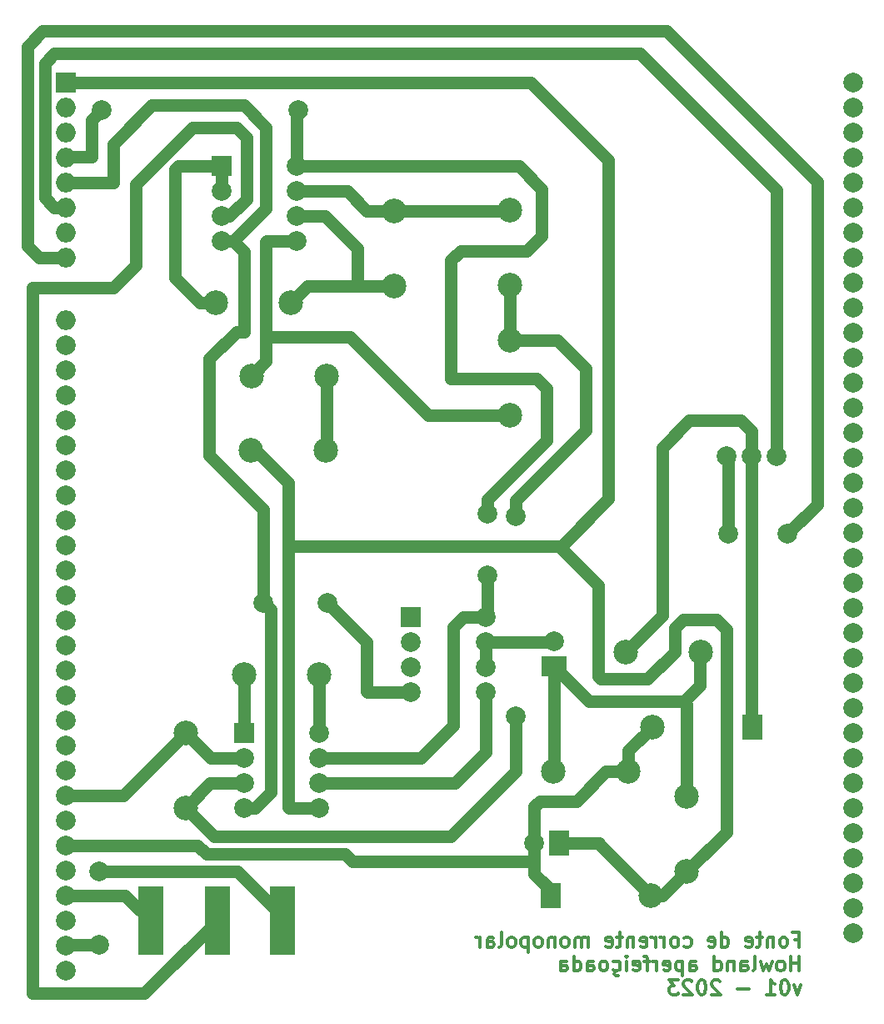
<source format=gbr>
%TF.GenerationSoftware,KiCad,Pcbnew,7.0.6-7.0.6~ubuntu22.04.1*%
%TF.CreationDate,2023-07-14T22:02:38-03:00*%
%TF.ProjectId,Fonte_corrente_mono,466f6e74-655f-4636-9f72-72656e74655f,v01*%
%TF.SameCoordinates,Original*%
%TF.FileFunction,Copper,L2,Bot*%
%TF.FilePolarity,Positive*%
%FSLAX46Y46*%
G04 Gerber Fmt 4.6, Leading zero omitted, Abs format (unit mm)*
G04 Created by KiCad (PCBNEW 7.0.6-7.0.6~ubuntu22.04.1) date 2023-07-14 22:02:38*
%MOMM*%
%LPD*%
G01*
G04 APERTURE LIST*
%ADD10C,0.300000*%
%TA.AperFunction,NonConductor*%
%ADD11C,0.300000*%
%TD*%
%TA.AperFunction,ComponentPad*%
%ADD12C,2.000000*%
%TD*%
%TA.AperFunction,ComponentPad*%
%ADD13C,2.500000*%
%TD*%
%TA.AperFunction,ComponentPad*%
%ADD14R,2.000000X2.500000*%
%TD*%
%TA.AperFunction,ComponentPad*%
%ADD15R,2.000000X2.000000*%
%TD*%
%TA.AperFunction,ComponentPad*%
%ADD16O,2.000000X2.000000*%
%TD*%
%TA.AperFunction,ComponentPad*%
%ADD17R,2.500000X2.000000*%
%TD*%
%TA.AperFunction,ComponentPad*%
%ADD18R,2.500000X7.000000*%
%TD*%
%TA.AperFunction,ViaPad*%
%ADD19C,2.000000*%
%TD*%
%TA.AperFunction,Conductor*%
%ADD20C,1.270000*%
%TD*%
G04 APERTURE END LIST*
D10*
D11*
X180695489Y-144185114D02*
X181195489Y-144185114D01*
X181195489Y-144970828D02*
X181195489Y-143470828D01*
X181195489Y-143470828D02*
X180481203Y-143470828D01*
X179695489Y-144970828D02*
X179838346Y-144899400D01*
X179838346Y-144899400D02*
X179909775Y-144827971D01*
X179909775Y-144827971D02*
X179981203Y-144685114D01*
X179981203Y-144685114D02*
X179981203Y-144256542D01*
X179981203Y-144256542D02*
X179909775Y-144113685D01*
X179909775Y-144113685D02*
X179838346Y-144042257D01*
X179838346Y-144042257D02*
X179695489Y-143970828D01*
X179695489Y-143970828D02*
X179481203Y-143970828D01*
X179481203Y-143970828D02*
X179338346Y-144042257D01*
X179338346Y-144042257D02*
X179266918Y-144113685D01*
X179266918Y-144113685D02*
X179195489Y-144256542D01*
X179195489Y-144256542D02*
X179195489Y-144685114D01*
X179195489Y-144685114D02*
X179266918Y-144827971D01*
X179266918Y-144827971D02*
X179338346Y-144899400D01*
X179338346Y-144899400D02*
X179481203Y-144970828D01*
X179481203Y-144970828D02*
X179695489Y-144970828D01*
X178552632Y-143970828D02*
X178552632Y-144970828D01*
X178552632Y-144113685D02*
X178481203Y-144042257D01*
X178481203Y-144042257D02*
X178338346Y-143970828D01*
X178338346Y-143970828D02*
X178124060Y-143970828D01*
X178124060Y-143970828D02*
X177981203Y-144042257D01*
X177981203Y-144042257D02*
X177909775Y-144185114D01*
X177909775Y-144185114D02*
X177909775Y-144970828D01*
X177409774Y-143970828D02*
X176838346Y-143970828D01*
X177195489Y-143470828D02*
X177195489Y-144756542D01*
X177195489Y-144756542D02*
X177124060Y-144899400D01*
X177124060Y-144899400D02*
X176981203Y-144970828D01*
X176981203Y-144970828D02*
X176838346Y-144970828D01*
X175766917Y-144899400D02*
X175909774Y-144970828D01*
X175909774Y-144970828D02*
X176195489Y-144970828D01*
X176195489Y-144970828D02*
X176338346Y-144899400D01*
X176338346Y-144899400D02*
X176409774Y-144756542D01*
X176409774Y-144756542D02*
X176409774Y-144185114D01*
X176409774Y-144185114D02*
X176338346Y-144042257D01*
X176338346Y-144042257D02*
X176195489Y-143970828D01*
X176195489Y-143970828D02*
X175909774Y-143970828D01*
X175909774Y-143970828D02*
X175766917Y-144042257D01*
X175766917Y-144042257D02*
X175695489Y-144185114D01*
X175695489Y-144185114D02*
X175695489Y-144327971D01*
X175695489Y-144327971D02*
X176409774Y-144470828D01*
X173266918Y-144970828D02*
X173266918Y-143470828D01*
X173266918Y-144899400D02*
X173409775Y-144970828D01*
X173409775Y-144970828D02*
X173695489Y-144970828D01*
X173695489Y-144970828D02*
X173838346Y-144899400D01*
X173838346Y-144899400D02*
X173909775Y-144827971D01*
X173909775Y-144827971D02*
X173981203Y-144685114D01*
X173981203Y-144685114D02*
X173981203Y-144256542D01*
X173981203Y-144256542D02*
X173909775Y-144113685D01*
X173909775Y-144113685D02*
X173838346Y-144042257D01*
X173838346Y-144042257D02*
X173695489Y-143970828D01*
X173695489Y-143970828D02*
X173409775Y-143970828D01*
X173409775Y-143970828D02*
X173266918Y-144042257D01*
X171981203Y-144899400D02*
X172124060Y-144970828D01*
X172124060Y-144970828D02*
X172409775Y-144970828D01*
X172409775Y-144970828D02*
X172552632Y-144899400D01*
X172552632Y-144899400D02*
X172624060Y-144756542D01*
X172624060Y-144756542D02*
X172624060Y-144185114D01*
X172624060Y-144185114D02*
X172552632Y-144042257D01*
X172552632Y-144042257D02*
X172409775Y-143970828D01*
X172409775Y-143970828D02*
X172124060Y-143970828D01*
X172124060Y-143970828D02*
X171981203Y-144042257D01*
X171981203Y-144042257D02*
X171909775Y-144185114D01*
X171909775Y-144185114D02*
X171909775Y-144327971D01*
X171909775Y-144327971D02*
X172624060Y-144470828D01*
X169481204Y-144899400D02*
X169624061Y-144970828D01*
X169624061Y-144970828D02*
X169909775Y-144970828D01*
X169909775Y-144970828D02*
X170052632Y-144899400D01*
X170052632Y-144899400D02*
X170124061Y-144827971D01*
X170124061Y-144827971D02*
X170195489Y-144685114D01*
X170195489Y-144685114D02*
X170195489Y-144256542D01*
X170195489Y-144256542D02*
X170124061Y-144113685D01*
X170124061Y-144113685D02*
X170052632Y-144042257D01*
X170052632Y-144042257D02*
X169909775Y-143970828D01*
X169909775Y-143970828D02*
X169624061Y-143970828D01*
X169624061Y-143970828D02*
X169481204Y-144042257D01*
X168624061Y-144970828D02*
X168766918Y-144899400D01*
X168766918Y-144899400D02*
X168838347Y-144827971D01*
X168838347Y-144827971D02*
X168909775Y-144685114D01*
X168909775Y-144685114D02*
X168909775Y-144256542D01*
X168909775Y-144256542D02*
X168838347Y-144113685D01*
X168838347Y-144113685D02*
X168766918Y-144042257D01*
X168766918Y-144042257D02*
X168624061Y-143970828D01*
X168624061Y-143970828D02*
X168409775Y-143970828D01*
X168409775Y-143970828D02*
X168266918Y-144042257D01*
X168266918Y-144042257D02*
X168195490Y-144113685D01*
X168195490Y-144113685D02*
X168124061Y-144256542D01*
X168124061Y-144256542D02*
X168124061Y-144685114D01*
X168124061Y-144685114D02*
X168195490Y-144827971D01*
X168195490Y-144827971D02*
X168266918Y-144899400D01*
X168266918Y-144899400D02*
X168409775Y-144970828D01*
X168409775Y-144970828D02*
X168624061Y-144970828D01*
X167481204Y-144970828D02*
X167481204Y-143970828D01*
X167481204Y-144256542D02*
X167409775Y-144113685D01*
X167409775Y-144113685D02*
X167338347Y-144042257D01*
X167338347Y-144042257D02*
X167195489Y-143970828D01*
X167195489Y-143970828D02*
X167052632Y-143970828D01*
X166552633Y-144970828D02*
X166552633Y-143970828D01*
X166552633Y-144256542D02*
X166481204Y-144113685D01*
X166481204Y-144113685D02*
X166409776Y-144042257D01*
X166409776Y-144042257D02*
X166266918Y-143970828D01*
X166266918Y-143970828D02*
X166124061Y-143970828D01*
X165052633Y-144899400D02*
X165195490Y-144970828D01*
X165195490Y-144970828D02*
X165481205Y-144970828D01*
X165481205Y-144970828D02*
X165624062Y-144899400D01*
X165624062Y-144899400D02*
X165695490Y-144756542D01*
X165695490Y-144756542D02*
X165695490Y-144185114D01*
X165695490Y-144185114D02*
X165624062Y-144042257D01*
X165624062Y-144042257D02*
X165481205Y-143970828D01*
X165481205Y-143970828D02*
X165195490Y-143970828D01*
X165195490Y-143970828D02*
X165052633Y-144042257D01*
X165052633Y-144042257D02*
X164981205Y-144185114D01*
X164981205Y-144185114D02*
X164981205Y-144327971D01*
X164981205Y-144327971D02*
X165695490Y-144470828D01*
X164338348Y-143970828D02*
X164338348Y-144970828D01*
X164338348Y-144113685D02*
X164266919Y-144042257D01*
X164266919Y-144042257D02*
X164124062Y-143970828D01*
X164124062Y-143970828D02*
X163909776Y-143970828D01*
X163909776Y-143970828D02*
X163766919Y-144042257D01*
X163766919Y-144042257D02*
X163695491Y-144185114D01*
X163695491Y-144185114D02*
X163695491Y-144970828D01*
X163195490Y-143970828D02*
X162624062Y-143970828D01*
X162981205Y-143470828D02*
X162981205Y-144756542D01*
X162981205Y-144756542D02*
X162909776Y-144899400D01*
X162909776Y-144899400D02*
X162766919Y-144970828D01*
X162766919Y-144970828D02*
X162624062Y-144970828D01*
X161552633Y-144899400D02*
X161695490Y-144970828D01*
X161695490Y-144970828D02*
X161981205Y-144970828D01*
X161981205Y-144970828D02*
X162124062Y-144899400D01*
X162124062Y-144899400D02*
X162195490Y-144756542D01*
X162195490Y-144756542D02*
X162195490Y-144185114D01*
X162195490Y-144185114D02*
X162124062Y-144042257D01*
X162124062Y-144042257D02*
X161981205Y-143970828D01*
X161981205Y-143970828D02*
X161695490Y-143970828D01*
X161695490Y-143970828D02*
X161552633Y-144042257D01*
X161552633Y-144042257D02*
X161481205Y-144185114D01*
X161481205Y-144185114D02*
X161481205Y-144327971D01*
X161481205Y-144327971D02*
X162195490Y-144470828D01*
X159695491Y-144970828D02*
X159695491Y-143970828D01*
X159695491Y-144113685D02*
X159624062Y-144042257D01*
X159624062Y-144042257D02*
X159481205Y-143970828D01*
X159481205Y-143970828D02*
X159266919Y-143970828D01*
X159266919Y-143970828D02*
X159124062Y-144042257D01*
X159124062Y-144042257D02*
X159052634Y-144185114D01*
X159052634Y-144185114D02*
X159052634Y-144970828D01*
X159052634Y-144185114D02*
X158981205Y-144042257D01*
X158981205Y-144042257D02*
X158838348Y-143970828D01*
X158838348Y-143970828D02*
X158624062Y-143970828D01*
X158624062Y-143970828D02*
X158481205Y-144042257D01*
X158481205Y-144042257D02*
X158409776Y-144185114D01*
X158409776Y-144185114D02*
X158409776Y-144970828D01*
X157481205Y-144970828D02*
X157624062Y-144899400D01*
X157624062Y-144899400D02*
X157695491Y-144827971D01*
X157695491Y-144827971D02*
X157766919Y-144685114D01*
X157766919Y-144685114D02*
X157766919Y-144256542D01*
X157766919Y-144256542D02*
X157695491Y-144113685D01*
X157695491Y-144113685D02*
X157624062Y-144042257D01*
X157624062Y-144042257D02*
X157481205Y-143970828D01*
X157481205Y-143970828D02*
X157266919Y-143970828D01*
X157266919Y-143970828D02*
X157124062Y-144042257D01*
X157124062Y-144042257D02*
X157052634Y-144113685D01*
X157052634Y-144113685D02*
X156981205Y-144256542D01*
X156981205Y-144256542D02*
X156981205Y-144685114D01*
X156981205Y-144685114D02*
X157052634Y-144827971D01*
X157052634Y-144827971D02*
X157124062Y-144899400D01*
X157124062Y-144899400D02*
X157266919Y-144970828D01*
X157266919Y-144970828D02*
X157481205Y-144970828D01*
X156338348Y-143970828D02*
X156338348Y-144970828D01*
X156338348Y-144113685D02*
X156266919Y-144042257D01*
X156266919Y-144042257D02*
X156124062Y-143970828D01*
X156124062Y-143970828D02*
X155909776Y-143970828D01*
X155909776Y-143970828D02*
X155766919Y-144042257D01*
X155766919Y-144042257D02*
X155695491Y-144185114D01*
X155695491Y-144185114D02*
X155695491Y-144970828D01*
X154766919Y-144970828D02*
X154909776Y-144899400D01*
X154909776Y-144899400D02*
X154981205Y-144827971D01*
X154981205Y-144827971D02*
X155052633Y-144685114D01*
X155052633Y-144685114D02*
X155052633Y-144256542D01*
X155052633Y-144256542D02*
X154981205Y-144113685D01*
X154981205Y-144113685D02*
X154909776Y-144042257D01*
X154909776Y-144042257D02*
X154766919Y-143970828D01*
X154766919Y-143970828D02*
X154552633Y-143970828D01*
X154552633Y-143970828D02*
X154409776Y-144042257D01*
X154409776Y-144042257D02*
X154338348Y-144113685D01*
X154338348Y-144113685D02*
X154266919Y-144256542D01*
X154266919Y-144256542D02*
X154266919Y-144685114D01*
X154266919Y-144685114D02*
X154338348Y-144827971D01*
X154338348Y-144827971D02*
X154409776Y-144899400D01*
X154409776Y-144899400D02*
X154552633Y-144970828D01*
X154552633Y-144970828D02*
X154766919Y-144970828D01*
X153624062Y-143970828D02*
X153624062Y-145470828D01*
X153624062Y-144042257D02*
X153481205Y-143970828D01*
X153481205Y-143970828D02*
X153195490Y-143970828D01*
X153195490Y-143970828D02*
X153052633Y-144042257D01*
X153052633Y-144042257D02*
X152981205Y-144113685D01*
X152981205Y-144113685D02*
X152909776Y-144256542D01*
X152909776Y-144256542D02*
X152909776Y-144685114D01*
X152909776Y-144685114D02*
X152981205Y-144827971D01*
X152981205Y-144827971D02*
X153052633Y-144899400D01*
X153052633Y-144899400D02*
X153195490Y-144970828D01*
X153195490Y-144970828D02*
X153481205Y-144970828D01*
X153481205Y-144970828D02*
X153624062Y-144899400D01*
X152052633Y-144970828D02*
X152195490Y-144899400D01*
X152195490Y-144899400D02*
X152266919Y-144827971D01*
X152266919Y-144827971D02*
X152338347Y-144685114D01*
X152338347Y-144685114D02*
X152338347Y-144256542D01*
X152338347Y-144256542D02*
X152266919Y-144113685D01*
X152266919Y-144113685D02*
X152195490Y-144042257D01*
X152195490Y-144042257D02*
X152052633Y-143970828D01*
X152052633Y-143970828D02*
X151838347Y-143970828D01*
X151838347Y-143970828D02*
X151695490Y-144042257D01*
X151695490Y-144042257D02*
X151624062Y-144113685D01*
X151624062Y-144113685D02*
X151552633Y-144256542D01*
X151552633Y-144256542D02*
X151552633Y-144685114D01*
X151552633Y-144685114D02*
X151624062Y-144827971D01*
X151624062Y-144827971D02*
X151695490Y-144899400D01*
X151695490Y-144899400D02*
X151838347Y-144970828D01*
X151838347Y-144970828D02*
X152052633Y-144970828D01*
X150695490Y-144970828D02*
X150838347Y-144899400D01*
X150838347Y-144899400D02*
X150909776Y-144756542D01*
X150909776Y-144756542D02*
X150909776Y-143470828D01*
X149481205Y-144970828D02*
X149481205Y-144185114D01*
X149481205Y-144185114D02*
X149552633Y-144042257D01*
X149552633Y-144042257D02*
X149695490Y-143970828D01*
X149695490Y-143970828D02*
X149981205Y-143970828D01*
X149981205Y-143970828D02*
X150124062Y-144042257D01*
X149481205Y-144899400D02*
X149624062Y-144970828D01*
X149624062Y-144970828D02*
X149981205Y-144970828D01*
X149981205Y-144970828D02*
X150124062Y-144899400D01*
X150124062Y-144899400D02*
X150195490Y-144756542D01*
X150195490Y-144756542D02*
X150195490Y-144613685D01*
X150195490Y-144613685D02*
X150124062Y-144470828D01*
X150124062Y-144470828D02*
X149981205Y-144399400D01*
X149981205Y-144399400D02*
X149624062Y-144399400D01*
X149624062Y-144399400D02*
X149481205Y-144327971D01*
X148766919Y-144970828D02*
X148766919Y-143970828D01*
X148766919Y-144256542D02*
X148695490Y-144113685D01*
X148695490Y-144113685D02*
X148624062Y-144042257D01*
X148624062Y-144042257D02*
X148481204Y-143970828D01*
X148481204Y-143970828D02*
X148338347Y-143970828D01*
X181195489Y-147385828D02*
X181195489Y-145885828D01*
X181195489Y-146600114D02*
X180338346Y-146600114D01*
X180338346Y-147385828D02*
X180338346Y-145885828D01*
X179409774Y-147385828D02*
X179552631Y-147314400D01*
X179552631Y-147314400D02*
X179624060Y-147242971D01*
X179624060Y-147242971D02*
X179695488Y-147100114D01*
X179695488Y-147100114D02*
X179695488Y-146671542D01*
X179695488Y-146671542D02*
X179624060Y-146528685D01*
X179624060Y-146528685D02*
X179552631Y-146457257D01*
X179552631Y-146457257D02*
X179409774Y-146385828D01*
X179409774Y-146385828D02*
X179195488Y-146385828D01*
X179195488Y-146385828D02*
X179052631Y-146457257D01*
X179052631Y-146457257D02*
X178981203Y-146528685D01*
X178981203Y-146528685D02*
X178909774Y-146671542D01*
X178909774Y-146671542D02*
X178909774Y-147100114D01*
X178909774Y-147100114D02*
X178981203Y-147242971D01*
X178981203Y-147242971D02*
X179052631Y-147314400D01*
X179052631Y-147314400D02*
X179195488Y-147385828D01*
X179195488Y-147385828D02*
X179409774Y-147385828D01*
X178409774Y-146385828D02*
X178124060Y-147385828D01*
X178124060Y-147385828D02*
X177838345Y-146671542D01*
X177838345Y-146671542D02*
X177552631Y-147385828D01*
X177552631Y-147385828D02*
X177266917Y-146385828D01*
X176481202Y-147385828D02*
X176624059Y-147314400D01*
X176624059Y-147314400D02*
X176695488Y-147171542D01*
X176695488Y-147171542D02*
X176695488Y-145885828D01*
X175266917Y-147385828D02*
X175266917Y-146600114D01*
X175266917Y-146600114D02*
X175338345Y-146457257D01*
X175338345Y-146457257D02*
X175481202Y-146385828D01*
X175481202Y-146385828D02*
X175766917Y-146385828D01*
X175766917Y-146385828D02*
X175909774Y-146457257D01*
X175266917Y-147314400D02*
X175409774Y-147385828D01*
X175409774Y-147385828D02*
X175766917Y-147385828D01*
X175766917Y-147385828D02*
X175909774Y-147314400D01*
X175909774Y-147314400D02*
X175981202Y-147171542D01*
X175981202Y-147171542D02*
X175981202Y-147028685D01*
X175981202Y-147028685D02*
X175909774Y-146885828D01*
X175909774Y-146885828D02*
X175766917Y-146814400D01*
X175766917Y-146814400D02*
X175409774Y-146814400D01*
X175409774Y-146814400D02*
X175266917Y-146742971D01*
X174552631Y-146385828D02*
X174552631Y-147385828D01*
X174552631Y-146528685D02*
X174481202Y-146457257D01*
X174481202Y-146457257D02*
X174338345Y-146385828D01*
X174338345Y-146385828D02*
X174124059Y-146385828D01*
X174124059Y-146385828D02*
X173981202Y-146457257D01*
X173981202Y-146457257D02*
X173909774Y-146600114D01*
X173909774Y-146600114D02*
X173909774Y-147385828D01*
X172552631Y-147385828D02*
X172552631Y-145885828D01*
X172552631Y-147314400D02*
X172695488Y-147385828D01*
X172695488Y-147385828D02*
X172981202Y-147385828D01*
X172981202Y-147385828D02*
X173124059Y-147314400D01*
X173124059Y-147314400D02*
X173195488Y-147242971D01*
X173195488Y-147242971D02*
X173266916Y-147100114D01*
X173266916Y-147100114D02*
X173266916Y-146671542D01*
X173266916Y-146671542D02*
X173195488Y-146528685D01*
X173195488Y-146528685D02*
X173124059Y-146457257D01*
X173124059Y-146457257D02*
X172981202Y-146385828D01*
X172981202Y-146385828D02*
X172695488Y-146385828D01*
X172695488Y-146385828D02*
X172552631Y-146457257D01*
X170052631Y-147385828D02*
X170052631Y-146600114D01*
X170052631Y-146600114D02*
X170124059Y-146457257D01*
X170124059Y-146457257D02*
X170266916Y-146385828D01*
X170266916Y-146385828D02*
X170552631Y-146385828D01*
X170552631Y-146385828D02*
X170695488Y-146457257D01*
X170052631Y-147314400D02*
X170195488Y-147385828D01*
X170195488Y-147385828D02*
X170552631Y-147385828D01*
X170552631Y-147385828D02*
X170695488Y-147314400D01*
X170695488Y-147314400D02*
X170766916Y-147171542D01*
X170766916Y-147171542D02*
X170766916Y-147028685D01*
X170766916Y-147028685D02*
X170695488Y-146885828D01*
X170695488Y-146885828D02*
X170552631Y-146814400D01*
X170552631Y-146814400D02*
X170195488Y-146814400D01*
X170195488Y-146814400D02*
X170052631Y-146742971D01*
X169338345Y-146385828D02*
X169338345Y-147885828D01*
X169338345Y-146457257D02*
X169195488Y-146385828D01*
X169195488Y-146385828D02*
X168909773Y-146385828D01*
X168909773Y-146385828D02*
X168766916Y-146457257D01*
X168766916Y-146457257D02*
X168695488Y-146528685D01*
X168695488Y-146528685D02*
X168624059Y-146671542D01*
X168624059Y-146671542D02*
X168624059Y-147100114D01*
X168624059Y-147100114D02*
X168695488Y-147242971D01*
X168695488Y-147242971D02*
X168766916Y-147314400D01*
X168766916Y-147314400D02*
X168909773Y-147385828D01*
X168909773Y-147385828D02*
X169195488Y-147385828D01*
X169195488Y-147385828D02*
X169338345Y-147314400D01*
X167409773Y-147314400D02*
X167552630Y-147385828D01*
X167552630Y-147385828D02*
X167838345Y-147385828D01*
X167838345Y-147385828D02*
X167981202Y-147314400D01*
X167981202Y-147314400D02*
X168052630Y-147171542D01*
X168052630Y-147171542D02*
X168052630Y-146600114D01*
X168052630Y-146600114D02*
X167981202Y-146457257D01*
X167981202Y-146457257D02*
X167838345Y-146385828D01*
X167838345Y-146385828D02*
X167552630Y-146385828D01*
X167552630Y-146385828D02*
X167409773Y-146457257D01*
X167409773Y-146457257D02*
X167338345Y-146600114D01*
X167338345Y-146600114D02*
X167338345Y-146742971D01*
X167338345Y-146742971D02*
X168052630Y-146885828D01*
X166695488Y-147385828D02*
X166695488Y-146385828D01*
X166695488Y-146671542D02*
X166624059Y-146528685D01*
X166624059Y-146528685D02*
X166552631Y-146457257D01*
X166552631Y-146457257D02*
X166409773Y-146385828D01*
X166409773Y-146385828D02*
X166266916Y-146385828D01*
X165981202Y-146385828D02*
X165409774Y-146385828D01*
X165766917Y-147385828D02*
X165766917Y-146100114D01*
X165766917Y-146100114D02*
X165695488Y-145957257D01*
X165695488Y-145957257D02*
X165552631Y-145885828D01*
X165552631Y-145885828D02*
X165409774Y-145885828D01*
X164338345Y-147314400D02*
X164481202Y-147385828D01*
X164481202Y-147385828D02*
X164766917Y-147385828D01*
X164766917Y-147385828D02*
X164909774Y-147314400D01*
X164909774Y-147314400D02*
X164981202Y-147171542D01*
X164981202Y-147171542D02*
X164981202Y-146600114D01*
X164981202Y-146600114D02*
X164909774Y-146457257D01*
X164909774Y-146457257D02*
X164766917Y-146385828D01*
X164766917Y-146385828D02*
X164481202Y-146385828D01*
X164481202Y-146385828D02*
X164338345Y-146457257D01*
X164338345Y-146457257D02*
X164266917Y-146600114D01*
X164266917Y-146600114D02*
X164266917Y-146742971D01*
X164266917Y-146742971D02*
X164981202Y-146885828D01*
X163624060Y-147385828D02*
X163624060Y-146385828D01*
X163624060Y-145885828D02*
X163695488Y-145957257D01*
X163695488Y-145957257D02*
X163624060Y-146028685D01*
X163624060Y-146028685D02*
X163552631Y-145957257D01*
X163552631Y-145957257D02*
X163624060Y-145885828D01*
X163624060Y-145885828D02*
X163624060Y-146028685D01*
X162266917Y-147314400D02*
X162409774Y-147385828D01*
X162409774Y-147385828D02*
X162695488Y-147385828D01*
X162695488Y-147385828D02*
X162838345Y-147314400D01*
X162838345Y-147314400D02*
X162909774Y-147242971D01*
X162909774Y-147242971D02*
X162981202Y-147100114D01*
X162981202Y-147100114D02*
X162981202Y-146671542D01*
X162981202Y-146671542D02*
X162909774Y-146528685D01*
X162909774Y-146528685D02*
X162838345Y-146457257D01*
X162838345Y-146457257D02*
X162695488Y-146385828D01*
X162695488Y-146385828D02*
X162409774Y-146385828D01*
X162409774Y-146385828D02*
X162266917Y-146457257D01*
X162552631Y-147457257D02*
X162409774Y-147528685D01*
X162409774Y-147528685D02*
X162338345Y-147671542D01*
X162338345Y-147671542D02*
X162409774Y-147814400D01*
X162409774Y-147814400D02*
X162552631Y-147885828D01*
X162552631Y-147885828D02*
X162766917Y-147885828D01*
X161409774Y-147385828D02*
X161552631Y-147314400D01*
X161552631Y-147314400D02*
X161624060Y-147242971D01*
X161624060Y-147242971D02*
X161695488Y-147100114D01*
X161695488Y-147100114D02*
X161695488Y-146671542D01*
X161695488Y-146671542D02*
X161624060Y-146528685D01*
X161624060Y-146528685D02*
X161552631Y-146457257D01*
X161552631Y-146457257D02*
X161409774Y-146385828D01*
X161409774Y-146385828D02*
X161195488Y-146385828D01*
X161195488Y-146385828D02*
X161052631Y-146457257D01*
X161052631Y-146457257D02*
X160981203Y-146528685D01*
X160981203Y-146528685D02*
X160909774Y-146671542D01*
X160909774Y-146671542D02*
X160909774Y-147100114D01*
X160909774Y-147100114D02*
X160981203Y-147242971D01*
X160981203Y-147242971D02*
X161052631Y-147314400D01*
X161052631Y-147314400D02*
X161195488Y-147385828D01*
X161195488Y-147385828D02*
X161409774Y-147385828D01*
X159624060Y-147385828D02*
X159624060Y-146600114D01*
X159624060Y-146600114D02*
X159695488Y-146457257D01*
X159695488Y-146457257D02*
X159838345Y-146385828D01*
X159838345Y-146385828D02*
X160124060Y-146385828D01*
X160124060Y-146385828D02*
X160266917Y-146457257D01*
X159624060Y-147314400D02*
X159766917Y-147385828D01*
X159766917Y-147385828D02*
X160124060Y-147385828D01*
X160124060Y-147385828D02*
X160266917Y-147314400D01*
X160266917Y-147314400D02*
X160338345Y-147171542D01*
X160338345Y-147171542D02*
X160338345Y-147028685D01*
X160338345Y-147028685D02*
X160266917Y-146885828D01*
X160266917Y-146885828D02*
X160124060Y-146814400D01*
X160124060Y-146814400D02*
X159766917Y-146814400D01*
X159766917Y-146814400D02*
X159624060Y-146742971D01*
X158266917Y-147385828D02*
X158266917Y-145885828D01*
X158266917Y-147314400D02*
X158409774Y-147385828D01*
X158409774Y-147385828D02*
X158695488Y-147385828D01*
X158695488Y-147385828D02*
X158838345Y-147314400D01*
X158838345Y-147314400D02*
X158909774Y-147242971D01*
X158909774Y-147242971D02*
X158981202Y-147100114D01*
X158981202Y-147100114D02*
X158981202Y-146671542D01*
X158981202Y-146671542D02*
X158909774Y-146528685D01*
X158909774Y-146528685D02*
X158838345Y-146457257D01*
X158838345Y-146457257D02*
X158695488Y-146385828D01*
X158695488Y-146385828D02*
X158409774Y-146385828D01*
X158409774Y-146385828D02*
X158266917Y-146457257D01*
X156909774Y-147385828D02*
X156909774Y-146600114D01*
X156909774Y-146600114D02*
X156981202Y-146457257D01*
X156981202Y-146457257D02*
X157124059Y-146385828D01*
X157124059Y-146385828D02*
X157409774Y-146385828D01*
X157409774Y-146385828D02*
X157552631Y-146457257D01*
X156909774Y-147314400D02*
X157052631Y-147385828D01*
X157052631Y-147385828D02*
X157409774Y-147385828D01*
X157409774Y-147385828D02*
X157552631Y-147314400D01*
X157552631Y-147314400D02*
X157624059Y-147171542D01*
X157624059Y-147171542D02*
X157624059Y-147028685D01*
X157624059Y-147028685D02*
X157552631Y-146885828D01*
X157552631Y-146885828D02*
X157409774Y-146814400D01*
X157409774Y-146814400D02*
X157052631Y-146814400D01*
X157052631Y-146814400D02*
X156909774Y-146742971D01*
X181338346Y-148800828D02*
X180981203Y-149800828D01*
X180981203Y-149800828D02*
X180624060Y-148800828D01*
X179766917Y-148300828D02*
X179624060Y-148300828D01*
X179624060Y-148300828D02*
X179481203Y-148372257D01*
X179481203Y-148372257D02*
X179409775Y-148443685D01*
X179409775Y-148443685D02*
X179338346Y-148586542D01*
X179338346Y-148586542D02*
X179266917Y-148872257D01*
X179266917Y-148872257D02*
X179266917Y-149229400D01*
X179266917Y-149229400D02*
X179338346Y-149515114D01*
X179338346Y-149515114D02*
X179409775Y-149657971D01*
X179409775Y-149657971D02*
X179481203Y-149729400D01*
X179481203Y-149729400D02*
X179624060Y-149800828D01*
X179624060Y-149800828D02*
X179766917Y-149800828D01*
X179766917Y-149800828D02*
X179909775Y-149729400D01*
X179909775Y-149729400D02*
X179981203Y-149657971D01*
X179981203Y-149657971D02*
X180052632Y-149515114D01*
X180052632Y-149515114D02*
X180124060Y-149229400D01*
X180124060Y-149229400D02*
X180124060Y-148872257D01*
X180124060Y-148872257D02*
X180052632Y-148586542D01*
X180052632Y-148586542D02*
X179981203Y-148443685D01*
X179981203Y-148443685D02*
X179909775Y-148372257D01*
X179909775Y-148372257D02*
X179766917Y-148300828D01*
X177838346Y-149800828D02*
X178695489Y-149800828D01*
X178266918Y-149800828D02*
X178266918Y-148300828D01*
X178266918Y-148300828D02*
X178409775Y-148515114D01*
X178409775Y-148515114D02*
X178552632Y-148657971D01*
X178552632Y-148657971D02*
X178695489Y-148729400D01*
X176052633Y-149229400D02*
X174909776Y-149229400D01*
X173124061Y-148443685D02*
X173052633Y-148372257D01*
X173052633Y-148372257D02*
X172909776Y-148300828D01*
X172909776Y-148300828D02*
X172552633Y-148300828D01*
X172552633Y-148300828D02*
X172409776Y-148372257D01*
X172409776Y-148372257D02*
X172338347Y-148443685D01*
X172338347Y-148443685D02*
X172266918Y-148586542D01*
X172266918Y-148586542D02*
X172266918Y-148729400D01*
X172266918Y-148729400D02*
X172338347Y-148943685D01*
X172338347Y-148943685D02*
X173195490Y-149800828D01*
X173195490Y-149800828D02*
X172266918Y-149800828D01*
X171338347Y-148300828D02*
X171195490Y-148300828D01*
X171195490Y-148300828D02*
X171052633Y-148372257D01*
X171052633Y-148372257D02*
X170981205Y-148443685D01*
X170981205Y-148443685D02*
X170909776Y-148586542D01*
X170909776Y-148586542D02*
X170838347Y-148872257D01*
X170838347Y-148872257D02*
X170838347Y-149229400D01*
X170838347Y-149229400D02*
X170909776Y-149515114D01*
X170909776Y-149515114D02*
X170981205Y-149657971D01*
X170981205Y-149657971D02*
X171052633Y-149729400D01*
X171052633Y-149729400D02*
X171195490Y-149800828D01*
X171195490Y-149800828D02*
X171338347Y-149800828D01*
X171338347Y-149800828D02*
X171481205Y-149729400D01*
X171481205Y-149729400D02*
X171552633Y-149657971D01*
X171552633Y-149657971D02*
X171624062Y-149515114D01*
X171624062Y-149515114D02*
X171695490Y-149229400D01*
X171695490Y-149229400D02*
X171695490Y-148872257D01*
X171695490Y-148872257D02*
X171624062Y-148586542D01*
X171624062Y-148586542D02*
X171552633Y-148443685D01*
X171552633Y-148443685D02*
X171481205Y-148372257D01*
X171481205Y-148372257D02*
X171338347Y-148300828D01*
X170266919Y-148443685D02*
X170195491Y-148372257D01*
X170195491Y-148372257D02*
X170052634Y-148300828D01*
X170052634Y-148300828D02*
X169695491Y-148300828D01*
X169695491Y-148300828D02*
X169552634Y-148372257D01*
X169552634Y-148372257D02*
X169481205Y-148443685D01*
X169481205Y-148443685D02*
X169409776Y-148586542D01*
X169409776Y-148586542D02*
X169409776Y-148729400D01*
X169409776Y-148729400D02*
X169481205Y-148943685D01*
X169481205Y-148943685D02*
X170338348Y-149800828D01*
X170338348Y-149800828D02*
X169409776Y-149800828D01*
X168909777Y-148300828D02*
X167981205Y-148300828D01*
X167981205Y-148300828D02*
X168481205Y-148872257D01*
X168481205Y-148872257D02*
X168266920Y-148872257D01*
X168266920Y-148872257D02*
X168124063Y-148943685D01*
X168124063Y-148943685D02*
X168052634Y-149015114D01*
X168052634Y-149015114D02*
X167981205Y-149157971D01*
X167981205Y-149157971D02*
X167981205Y-149515114D01*
X167981205Y-149515114D02*
X168052634Y-149657971D01*
X168052634Y-149657971D02*
X168124063Y-149729400D01*
X168124063Y-149729400D02*
X168266920Y-149800828D01*
X168266920Y-149800828D02*
X168695491Y-149800828D01*
X168695491Y-149800828D02*
X168838348Y-149729400D01*
X168838348Y-149729400D02*
X168909777Y-149657971D01*
D12*
%TO.P,J1,1,Pin_1*%
%TO.N,+3.3V*%
X173770000Y-95145000D03*
%TO.P,J1,2,Pin_2*%
%TO.N,Net-(D1-K)*%
X176310000Y-95145000D03*
%TO.P,J1,3,Pin_3*%
%TO.N,+5V*%
X178850000Y-95145000D03*
%TD*%
D13*
%TO.P,R12,1*%
%TO.N,n\u00F32*%
X156203000Y-127145000D03*
%TO.P,R12,2*%
%TO.N,Ampl1*%
X163823000Y-127145000D03*
%TD*%
%TO.P,Rsentinela1,1*%
%TO.N,out_corrente*%
X118800000Y-130860000D03*
%TO.P,Rsentinela1,2*%
%TO.N,I1*%
X118800000Y-123240000D03*
%TD*%
D12*
%TO.P,C4,1*%
%TO.N,Ampl1*%
X154235888Y-134395000D03*
D14*
%TO.P,C4,2*%
%TO.N,Earth*%
X156735888Y-134395000D03*
%TD*%
D15*
%TO.P,U2,1,Rg*%
%TO.N,Net-(RganhoINA1-Pad1)*%
X124750000Y-123250000D03*
D12*
%TO.P,U2,2,-*%
%TO.N,I1*%
X124750000Y-125790000D03*
%TO.P,U2,3,+*%
%TO.N,out_corrente*%
X124750000Y-128330000D03*
%TO.P,U2,4,V-*%
%TO.N,-9V*%
X124750000Y-130870000D03*
%TO.P,U2,5,Ref*%
%TO.N,Earth*%
X132370000Y-130870000D03*
%TO.P,U2,6*%
%TO.N,V_INA*%
X132370000Y-128330000D03*
%TO.P,U2,7,V+*%
%TO.N,+9V*%
X132370000Y-125790000D03*
%TO.P,U2,8,Rg*%
%TO.N,Net-(RganhoINA1-Pad2)*%
X132370000Y-123250000D03*
%TD*%
%TO.P,J4,1,Pin_1*%
%TO.N,SINC*%
X186690000Y-57150000D03*
%TO.P,J4,2,Pin_2*%
%TO.N,SPI_COPI*%
X186690000Y-59690000D03*
%TO.P,J4,3,Pin_3*%
%TO.N,SPI_CIPO*%
X186690000Y-62230000D03*
%TO.P,J4,4,Pin_4*%
%TO.N,SPI_clk*%
X186690000Y-64770000D03*
%TO.P,J4,5,Pin_5*%
%TO.N,CS (AD9833)*%
X186690000Y-67310000D03*
%TO.P,J4,6,Pin_6*%
%TO.N,CS (X9c10x)*%
X186690000Y-69850000D03*
%TO.P,J4,7,Pin_7*%
%TO.N,unconnected-(J4-Pin_7-Pad7)*%
X186690000Y-72390000D03*
%TO.P,J4,8,Pin_8*%
%TO.N,unconnected-(J4-Pin_8-Pad8)*%
X186690000Y-74930000D03*
%TO.P,J4,9,Pin_9*%
%TO.N,unconnected-(J4-Pin_9-Pad9)*%
X186690000Y-77470000D03*
%TO.P,J4,10,Pin_10*%
%TO.N,unconnected-(J4-Pin_10-Pad10)*%
X186690000Y-80010000D03*
%TO.P,J4,11,Pin_11*%
%TO.N,unconnected-(J4-Pin_11-Pad11)*%
X186690000Y-82550000D03*
%TO.P,J4,12,Pin_12*%
%TO.N,unconnected-(J4-Pin_12-Pad12)*%
X186690000Y-85090000D03*
%TO.P,J4,13,Pin_13*%
%TO.N,unconnected-(J4-Pin_13-Pad13)*%
X186690000Y-87630000D03*
%TO.P,J4,14,Pin_14*%
%TO.N,unconnected-(J4-Pin_14-Pad14)*%
X186690000Y-90170000D03*
%TO.P,J4,15,Pin_15*%
%TO.N,unconnected-(J4-Pin_15-Pad15)*%
X186690000Y-92710000D03*
%TO.P,J4,16,Pin_16*%
%TO.N,unconnected-(J4-Pin_16-Pad16)*%
X186690000Y-95250000D03*
%TO.P,J4,17,Pin_17*%
%TO.N,unconnected-(J4-Pin_17-Pad17)*%
X186690000Y-97790000D03*
%TO.P,J4,18,Pin_18*%
%TO.N,unconnected-(J4-Pin_18-Pad18)*%
X186690000Y-100330000D03*
%TO.P,J4,19,Pin_19*%
%TO.N,unconnected-(J4-Pin_19-Pad19)*%
X186690000Y-102870000D03*
%TO.P,J4,20,Pin_20*%
%TO.N,unconnected-(J4-Pin_20-Pad20)*%
X186690000Y-105410000D03*
%TO.P,J4,21,Pin_21*%
%TO.N,unconnected-(J4-Pin_21-Pad21)*%
X186690000Y-107950000D03*
%TO.P,J4,22,Pin_22*%
%TO.N,unconnected-(J4-Pin_22-Pad22)*%
X186690000Y-110490000D03*
%TO.P,J4,23,Pin_23*%
%TO.N,unconnected-(J4-Pin_23-Pad23)*%
X186690000Y-113030000D03*
%TO.P,J4,24,Pin_24*%
%TO.N,unconnected-(J4-Pin_24-Pad24)*%
X186690000Y-115570000D03*
%TO.P,J4,25,Pin_25*%
%TO.N,unconnected-(J4-Pin_25-Pad25)*%
X186690000Y-118110000D03*
%TO.P,J4,26,Pin_26*%
%TO.N,unconnected-(J4-Pin_26-Pad26)*%
X186690000Y-120650000D03*
%TO.P,J4,27,Pin_27*%
%TO.N,unconnected-(J4-Pin_27-Pad27)*%
X186690000Y-123190000D03*
%TO.P,J4,28,Pin_28*%
%TO.N,unconnected-(J4-Pin_28-Pad28)*%
X186690000Y-125730000D03*
%TO.P,J4,29,Pin_29*%
%TO.N,unconnected-(J4-Pin_29-Pad29)*%
X186690000Y-128270000D03*
%TO.P,J4,30,Pin_30*%
%TO.N,SCL3*%
X186690000Y-130810000D03*
%TO.P,J4,31,Pin_31*%
%TO.N,SDA3*%
X186690000Y-133350000D03*
%TO.P,J4,32,Pin_32*%
%TO.N,SCL2*%
X186690000Y-135890000D03*
%TO.P,J4,33,Pin_33*%
%TO.N,SDA2*%
X186690000Y-138430000D03*
%TO.P,J4,34,Pin_34*%
%TO.N,SCL1*%
X186690000Y-140970000D03*
%TO.P,J4,35,Pin_35*%
%TO.N,SDA1*%
X186690000Y-143510000D03*
%TD*%
D15*
%TO.P,U3-cond1,1,OUT1*%
%TO.N,unconnected-(U3-cond1-OUT1-Pad1)*%
X141725000Y-111443000D03*
D12*
%TO.P,U3-cond1,2,-IN1*%
%TO.N,unconnected-(U3-cond1--IN1-Pad2)*%
X141725000Y-113983000D03*
%TO.P,U3-cond1,3,+IN1*%
%TO.N,unconnected-(U3-cond1-+IN1-Pad3)*%
X141725000Y-116523000D03*
%TO.P,U3-cond1,4,V-*%
%TO.N,-9V*%
X141725000Y-119063000D03*
%TO.P,U3-cond1,5,+IN2*%
%TO.N,V_INA*%
X149345000Y-119063000D03*
%TO.P,U3-cond1,6,-IN2*%
%TO.N,n\u00F31*%
X149345000Y-116523000D03*
%TO.P,U3-cond1,7,OUT2*%
X149345000Y-113983000D03*
%TO.P,U3-cond1,8,V+*%
%TO.N,+9V*%
X149345000Y-111443000D03*
%TD*%
D13*
%TO.P,R10,1*%
%TO.N,Net-(D1-K)*%
X163569000Y-114999000D03*
%TO.P,R10,2*%
%TO.N,n\u00F32*%
X171189000Y-114999000D03*
%TD*%
%TO.P,R1,1*%
%TO.N,Net-(U1-howland1--IN2)*%
X129500000Y-79500000D03*
%TO.P,R1,2*%
%TO.N,out_buffer*%
X121880000Y-79500000D03*
%TD*%
D15*
%TO.P,J2,1,Pin_1*%
%TO.N,Earth*%
X106680000Y-57150000D03*
D16*
%TO.P,J2,2,Pin_2*%
%TO.N,VCC*%
X106680000Y-59690000D03*
%TO.P,J2,3,Pin_3*%
%TO.N,VEE*%
X106680000Y-62230000D03*
%TO.P,J2,4,Pin_4*%
%TO.N,+9V*%
X106680000Y-64770000D03*
%TO.P,J2,5,Pin_5*%
%TO.N,-9V*%
X106680000Y-67310000D03*
%TO.P,J2,6,Pin_6*%
%TO.N,+5V*%
X106680000Y-69850000D03*
%TO.P,J2,7,Pin_7*%
%TO.N,-5V*%
X106680000Y-72390000D03*
%TO.P,J2,8,Pin_8*%
%TO.N,+3.3V*%
X106680000Y-74930000D03*
%TD*%
%TO.P,J3,1,Pin_1*%
%TO.N,unconnected-(J3-Pin_1-Pad1)*%
X106680000Y-81280000D03*
D12*
%TO.P,J3,2,Pin_2*%
%TO.N,unconnected-(J3-Pin_2-Pad2)*%
X106680000Y-83820000D03*
%TO.P,J3,3,Pin_3*%
%TO.N,unconnected-(J3-Pin_3-Pad3)*%
X106680000Y-86360000D03*
%TO.P,J3,4,Pin_4*%
%TO.N,unconnected-(J3-Pin_4-Pad4)*%
X106680000Y-88900000D03*
%TO.P,J3,5,Pin_5*%
%TO.N,unconnected-(J3-Pin_5-Pad5)*%
X106680000Y-91440000D03*
%TO.P,J3,6,Pin_6*%
%TO.N,unconnected-(J3-Pin_6-Pad6)*%
X106680000Y-93980000D03*
%TO.P,J3,7,Pin_7*%
%TO.N,unconnected-(J3-Pin_7-Pad7)*%
X106680000Y-96520000D03*
%TO.P,J3,8,Pin_8*%
%TO.N,unconnected-(J3-Pin_8-Pad8)*%
X106680000Y-99060000D03*
%TO.P,J3,9,Pin_9*%
%TO.N,unconnected-(J3-Pin_9-Pad9)*%
X106680000Y-101600000D03*
%TO.P,J3,10,Pin_10*%
%TO.N,unconnected-(J3-Pin_10-Pad10)*%
X106680000Y-104140000D03*
%TO.P,J3,11,Pin_11*%
%TO.N,unconnected-(J3-Pin_11-Pad11)*%
X106680000Y-106680000D03*
%TO.P,J3,12,Pin_12*%
%TO.N,unconnected-(J3-Pin_12-Pad12)*%
X106680000Y-109220000D03*
%TO.P,J3,13,Pin_13*%
%TO.N,unconnected-(J3-Pin_13-Pad13)*%
X106680000Y-111760000D03*
%TO.P,J3,14,Pin_14*%
%TO.N,unconnected-(J3-Pin_14-Pad14)*%
X106680000Y-114300000D03*
%TO.P,J3,15,Pin_15*%
%TO.N,unconnected-(J3-Pin_15-Pad15)*%
X106680000Y-116840000D03*
%TO.P,J3,16,Pin_16*%
%TO.N,unconnected-(J3-Pin_16-Pad16)*%
X106680000Y-119380000D03*
%TO.P,J3,17,Pin_17*%
%TO.N,unconnected-(J3-Pin_17-Pad17)*%
X106680000Y-121920000D03*
%TO.P,J3,18,Pin_18*%
%TO.N,unconnected-(J3-Pin_18-Pad18)*%
X106680000Y-124460000D03*
%TO.P,J3,19,Pin_19*%
%TO.N,unconnected-(J3-Pin_19-Pad19)*%
X106680000Y-127000000D03*
%TO.P,J3,20,Pin_20*%
%TO.N,I1*%
X106680000Y-129540000D03*
%TO.P,J3,21,Pin_21*%
%TO.N,I2*%
X106680000Y-132080000D03*
%TO.P,J3,22,Pin_22*%
%TO.N,Ampl1*%
X106680000Y-134620000D03*
%TO.P,J3,23,Pin_23*%
%TO.N,Ampl2*%
X106680000Y-137160000D03*
%TO.P,J3,24,Pin_24*%
%TO.N,Sin1*%
X106680000Y-139700000D03*
%TO.P,J3,25,Pin_25*%
%TO.N,Sin2*%
X106680000Y-142240000D03*
%TO.P,J3,26,Pin_26*%
%TO.N,SinA*%
X106680000Y-144780000D03*
%TO.P,J3,27,Pin_27*%
%TO.N,SinB*%
X106680000Y-147320000D03*
%TD*%
D13*
%TO.P,RganhoINA1,1*%
%TO.N,Net-(RganhoINA1-Pad1)*%
X124740000Y-117300000D03*
%TO.P,RganhoINA1,2*%
%TO.N,Net-(RganhoINA1-Pad2)*%
X132360000Y-117300000D03*
%TD*%
D12*
%TO.P,C3,1*%
%TO.N,n\u00F31*%
X156295000Y-113939888D03*
D17*
%TO.P,C3,2*%
%TO.N,n\u00F32*%
X156295000Y-116439888D03*
%TD*%
D14*
%TO.P,D2,1,K*%
%TO.N,Ampl1*%
X155920000Y-139750000D03*
D13*
%TO.P,D2,2,A*%
%TO.N,Earth*%
X166080000Y-139750000D03*
%TD*%
D18*
%TO.P,SW_kcd1,1,1*%
%TO.N,Net-(U1-howland1-+IN1)*%
X122050000Y-142250000D03*
%TO.P,SW_kcd1,2,1a*%
%TO.N,Sin1*%
X115250000Y-142250000D03*
%TO.P,SW_kcd1,3,1b*%
%TO.N,SinA*%
X128650000Y-142250000D03*
%TD*%
D13*
%TO.P,R4,1*%
%TO.N,Net-(R3-Pad2)*%
X133060000Y-94500000D03*
%TO.P,R4,2*%
%TO.N,Earth*%
X125440000Y-94500000D03*
%TD*%
%TO.P,R6,1*%
%TO.N,Net-(U1-howland1-OUT2)*%
X151750000Y-70130000D03*
%TO.P,R6,2*%
%TO.N,out_corrente*%
X151750000Y-77750000D03*
%TD*%
%TO.P,R2,1*%
%TO.N,Net-(U1-howland1--IN2)*%
X140000000Y-77810000D03*
%TO.P,R2,2*%
%TO.N,Net-(U1-howland1-OUT2)*%
X140000000Y-70190000D03*
%TD*%
D14*
%TO.P,D1,1,K*%
%TO.N,Net-(D1-K)*%
X176375000Y-122645000D03*
D13*
%TO.P,D1,2,A*%
%TO.N,Ampl1*%
X166215000Y-122645000D03*
%TD*%
%TO.P,R11,1*%
%TO.N,n\u00F32*%
X169750000Y-129690000D03*
%TO.P,R11,2*%
%TO.N,Earth*%
X169750000Y-137310000D03*
%TD*%
%TO.P,R3,1*%
%TO.N,Net-(U1-howland1-+IN2)*%
X125500000Y-87000000D03*
%TO.P,R3,2*%
%TO.N,Net-(R3-Pad2)*%
X133120000Y-87000000D03*
%TD*%
D15*
%TO.P,U1-howland1,1,OUT1*%
%TO.N,out_buffer*%
X122440000Y-65690000D03*
D12*
%TO.P,U1-howland1,2,-IN1*%
X122440000Y-68230000D03*
%TO.P,U1-howland1,3,+IN1*%
%TO.N,Net-(U1-howland1-+IN1)*%
X122440000Y-70770000D03*
%TO.P,U1-howland1,4,V-*%
%TO.N,-9V*%
X122440000Y-73310000D03*
%TO.P,U1-howland1,5,+IN2*%
%TO.N,Net-(U1-howland1-+IN2)*%
X130060000Y-73310000D03*
%TO.P,U1-howland1,6,-IN2*%
%TO.N,Net-(U1-howland1--IN2)*%
X130060000Y-70770000D03*
%TO.P,U1-howland1,7,OUT2*%
%TO.N,Net-(U1-howland1-OUT2)*%
X130060000Y-68230000D03*
%TO.P,U1-howland1,8,V+*%
%TO.N,+9V*%
X130060000Y-65690000D03*
%TD*%
D13*
%TO.P,R5,1*%
%TO.N,Net-(U1-howland1-+IN2)*%
X151750000Y-91000000D03*
%TO.P,R5,2*%
%TO.N,out_corrente*%
X151750000Y-83380000D03*
%TD*%
D19*
%TO.N,+9V*%
X149500000Y-107250000D03*
X110250000Y-60000000D03*
X130250000Y-60000000D03*
X149500000Y-101000000D03*
%TO.N,-9V*%
X126750000Y-110000000D03*
X133250000Y-110000000D03*
%TO.N,+3.3V*%
X180000000Y-103000000D03*
X174000000Y-103000000D03*
%TO.N,SinA*%
X110000000Y-144750000D03*
X110000000Y-137250000D03*
%TO.N,out_corrente*%
X152400000Y-121500000D03*
X152400000Y-101250000D03*
%TD*%
D20*
%TO.N,out_corrente*%
X118800000Y-130860000D02*
X121690000Y-133750000D01*
X121690000Y-133750000D02*
X145750000Y-133750000D01*
X145750000Y-133750000D02*
X152400000Y-127100000D01*
X152400000Y-127100000D02*
X152400000Y-121500000D01*
%TO.N,Ampl1*%
X106680000Y-134620000D02*
X120056842Y-134620000D01*
X120056842Y-134620000D02*
X120956842Y-135520000D01*
X120956842Y-135520000D02*
X135020000Y-135520000D01*
X135020000Y-135520000D02*
X135750000Y-136250000D01*
X135750000Y-136250000D02*
X154235888Y-136250000D01*
%TO.N,Earth*%
X106680000Y-57150000D02*
X153900000Y-57150000D01*
X153900000Y-57150000D02*
X161799000Y-65049000D01*
X161799000Y-65049000D02*
X161799000Y-99451000D01*
X161799000Y-99451000D02*
X157000000Y-104250000D01*
X157000000Y-104250000D02*
X155426764Y-104250000D01*
%TO.N,+9V*%
X149500000Y-101000000D02*
X149500000Y-99500000D01*
X149500000Y-99500000D02*
X155500000Y-93500000D01*
X155500000Y-93500000D02*
X155500000Y-88250000D01*
X155000000Y-68000000D02*
X152690000Y-65690000D01*
X155500000Y-88250000D02*
X154500000Y-87250000D01*
X154500000Y-87250000D02*
X145750000Y-87250000D01*
X153500000Y-74250000D02*
X155000000Y-72750000D01*
X145750000Y-87250000D02*
X145750000Y-75250000D01*
X146750000Y-74250000D02*
X153500000Y-74250000D01*
X145750000Y-75250000D02*
X146750000Y-74250000D01*
X152690000Y-65690000D02*
X130060000Y-65690000D01*
X155000000Y-72750000D02*
X155000000Y-68000000D01*
%TO.N,Net-(U1-howland1--IN2)*%
X130060000Y-70770000D02*
X132960000Y-70770000D01*
X132960000Y-70770000D02*
X136250000Y-74060000D01*
X136250000Y-74060000D02*
X136250000Y-77810000D01*
%TO.N,+3.3V*%
X180000000Y-103000000D02*
X183000000Y-100000000D01*
X183000000Y-100000000D02*
X183000000Y-67250000D01*
X174000000Y-103000000D02*
X174000000Y-95375000D01*
X174000000Y-95375000D02*
X173770000Y-95145000D01*
%TO.N,Net-(D1-K)*%
X176375000Y-122645000D02*
X176310000Y-122580000D01*
X176310000Y-122580000D02*
X176310000Y-95145000D01*
%TO.N,+9V*%
X130060000Y-60190000D02*
X130250000Y-60000000D01*
X149500000Y-107250000D02*
X149500000Y-111288000D01*
X149345000Y-111443000D02*
X147057000Y-111443000D01*
X130060000Y-65690000D02*
X130060000Y-60190000D01*
X149500000Y-111288000D02*
X149345000Y-111443000D01*
X109250000Y-64750000D02*
X109250000Y-61000000D01*
X109250000Y-61000000D02*
X110250000Y-60000000D01*
X147057000Y-111443000D02*
X146000000Y-112500000D01*
X142710000Y-125790000D02*
X132370000Y-125790000D01*
X106680000Y-64770000D02*
X106980000Y-64770000D01*
X106980000Y-64770000D02*
X107000000Y-64750000D01*
X107000000Y-64750000D02*
X109250000Y-64750000D01*
X146000000Y-122500000D02*
X142710000Y-125790000D01*
X146000000Y-112500000D02*
X146000000Y-122500000D01*
%TO.N,-9V*%
X124750000Y-74370000D02*
X124750000Y-82500000D01*
X122440000Y-73310000D02*
X123690000Y-73310000D01*
X125880000Y-130870000D02*
X124750000Y-130870000D01*
X124750000Y-82500000D02*
X124000000Y-82500000D01*
X127480000Y-129270000D02*
X125880000Y-130870000D01*
X121250000Y-95000000D02*
X126750000Y-100500000D01*
X126750000Y-100500000D02*
X126750000Y-110000000D01*
X124750000Y-59500000D02*
X115375000Y-59500000D01*
X137250000Y-119000000D02*
X137313000Y-119063000D01*
X123690000Y-73310000D02*
X124750000Y-74370000D01*
X124000000Y-82500000D02*
X121250000Y-85250000D01*
X111440000Y-63435000D02*
X111440000Y-67310000D01*
X115375000Y-59500000D02*
X111440000Y-63435000D01*
X127480000Y-129270000D02*
X127480000Y-110730000D01*
X127000000Y-61750000D02*
X124750000Y-59500000D01*
X111440000Y-67310000D02*
X106680000Y-67310000D01*
X137313000Y-119063000D02*
X141725000Y-119063000D01*
X133250000Y-110000000D02*
X137250000Y-114000000D01*
X127480000Y-110730000D02*
X126750000Y-110000000D01*
X127000000Y-70000000D02*
X127000000Y-61750000D01*
X121250000Y-85250000D02*
X121250000Y-95000000D01*
X137250000Y-114000000D02*
X137250000Y-119000000D01*
X123690000Y-73310000D02*
X127000000Y-70000000D01*
%TO.N,+5V*%
X104505000Y-68877081D02*
X105477919Y-69850000D01*
X178850000Y-95145000D02*
X178850000Y-68100000D01*
X105505000Y-54250000D02*
X104505000Y-55250000D01*
X163000000Y-54250000D02*
X105505000Y-54250000D01*
X105477919Y-69850000D02*
X106680000Y-69850000D01*
X104505000Y-55250000D02*
X104505000Y-68877081D01*
X178850000Y-68100000D02*
X165000000Y-54250000D01*
X165000000Y-54250000D02*
X163000000Y-54250000D01*
%TO.N,+3.3V*%
X174020000Y-102980000D02*
X174000000Y-103000000D01*
X103915000Y-74930000D02*
X106680000Y-74930000D01*
X104315000Y-51935000D02*
X102735000Y-53515000D01*
X102735000Y-53515000D02*
X102735000Y-73750000D01*
X183000000Y-67250000D02*
X167685000Y-51935000D01*
X102735000Y-73750000D02*
X103915000Y-74930000D01*
X167685000Y-51935000D02*
X104315000Y-51935000D01*
%TO.N,Earth*%
X160795000Y-134395000D02*
X156735888Y-134395000D01*
X129250000Y-130750000D02*
X129250000Y-97810000D01*
X173750000Y-112750000D02*
X172750000Y-111750000D01*
X160795000Y-134465000D02*
X160795000Y-134395000D01*
X169750000Y-137310000D02*
X173750000Y-133310000D01*
X173750000Y-133310000D02*
X173750000Y-112750000D01*
X169350748Y-111750000D02*
X168500000Y-112600748D01*
X156750000Y-104250000D02*
X155426764Y-104250000D01*
X161000000Y-117750000D02*
X160750000Y-117500000D01*
X165750000Y-117750000D02*
X161000000Y-117750000D01*
X168500000Y-112600748D02*
X168500000Y-115000000D01*
X160750000Y-117500000D02*
X160750000Y-108250000D01*
X166080000Y-139750000D02*
X160795000Y-134465000D01*
X167310000Y-139750000D02*
X169750000Y-137310000D01*
X129250000Y-97810000D02*
X125940000Y-94500000D01*
X160750000Y-108250000D02*
X156750000Y-104250000D01*
X166080000Y-139750000D02*
X167310000Y-139750000D01*
X129370000Y-130870000D02*
X129250000Y-130750000D01*
X132370000Y-130870000D02*
X129370000Y-130870000D01*
X168500000Y-115000000D02*
X165750000Y-117750000D01*
X172750000Y-111750000D02*
X169350748Y-111750000D01*
X155426764Y-104250000D02*
X129500000Y-104250000D01*
%TO.N,I1*%
X118800000Y-123240000D02*
X112500000Y-129540000D01*
X112500000Y-129540000D02*
X106680000Y-129540000D01*
X124750000Y-125790000D02*
X121350000Y-125790000D01*
X121350000Y-125790000D02*
X118800000Y-123240000D01*
%TO.N,Ampl1*%
X155920000Y-139750000D02*
X155920000Y-139184112D01*
X154795000Y-130145000D02*
X154235888Y-130704112D01*
X163823000Y-127145000D02*
X161545000Y-127145000D01*
X155920000Y-139184112D02*
X154235888Y-137500000D01*
X163823000Y-127145000D02*
X163823000Y-125037000D01*
X154235888Y-130704112D02*
X154235888Y-134395000D01*
X154235888Y-137500000D02*
X154235888Y-136250000D01*
X154235888Y-136250000D02*
X154235888Y-134395000D01*
X158545000Y-130145000D02*
X154795000Y-130145000D01*
X161545000Y-127145000D02*
X158545000Y-130145000D01*
X163823000Y-125037000D02*
X166215000Y-122645000D01*
%TO.N,Sin1*%
X115250000Y-142250000D02*
X112700000Y-139700000D01*
X112700000Y-139700000D02*
X106680000Y-139700000D01*
%TO.N,SinA*%
X124110000Y-137290000D02*
X110040000Y-137290000D01*
X106710000Y-144750000D02*
X106680000Y-144780000D01*
X110040000Y-137290000D02*
X110000000Y-137250000D01*
X128650000Y-141830000D02*
X124110000Y-137290000D01*
X110000000Y-144750000D02*
X106710000Y-144750000D01*
X128650000Y-142250000D02*
X128650000Y-141830000D01*
%TO.N,n\u00F31*%
X149345000Y-116523000D02*
X149345000Y-113983000D01*
X156251888Y-113983000D02*
X156295000Y-113939888D01*
X149345000Y-113983000D02*
X156251888Y-113983000D01*
%TO.N,n\u00F32*%
X156295000Y-116439888D02*
X156295000Y-127053000D01*
X156295000Y-116439888D02*
X159855112Y-120000000D01*
X156295000Y-127053000D02*
X156203000Y-127145000D01*
X169440000Y-120000000D02*
X171045000Y-118395000D01*
X171045000Y-118395000D02*
X171045000Y-115143000D01*
X159855112Y-120000000D02*
X169440000Y-120000000D01*
X169750000Y-120310000D02*
X169440000Y-120000000D01*
X171045000Y-115143000D02*
X171189000Y-114999000D01*
X169750000Y-129690000D02*
X169750000Y-120310000D01*
%TO.N,Net-(U1-howland1--IN2)*%
X140000000Y-77810000D02*
X131190000Y-77810000D01*
X131190000Y-77810000D02*
X129500000Y-79500000D01*
%TO.N,out_buffer*%
X118060000Y-65690000D02*
X122440000Y-65690000D01*
X117750000Y-77000000D02*
X117750000Y-66000000D01*
X122440000Y-65690000D02*
X122440000Y-68230000D01*
X117750000Y-66000000D02*
X118060000Y-65690000D01*
X121880000Y-79500000D02*
X120250000Y-79500000D01*
X120250000Y-79500000D02*
X117750000Y-77000000D01*
%TO.N,Net-(U1-howland1-OUT2)*%
X137190000Y-70190000D02*
X135230000Y-68230000D01*
X135230000Y-68230000D02*
X130060000Y-68230000D01*
X140000000Y-70190000D02*
X151690000Y-70190000D01*
X151690000Y-70190000D02*
X151750000Y-70130000D01*
X140000000Y-70190000D02*
X137190000Y-70190000D01*
%TO.N,Net-(U1-howland1-+IN2)*%
X127000000Y-73370000D02*
X127250000Y-73370000D01*
X127000000Y-83000000D02*
X127000000Y-85250000D01*
X135500000Y-83000000D02*
X127250000Y-83000000D01*
X151750000Y-91000000D02*
X143500000Y-91000000D01*
X127000000Y-85500000D02*
X125500000Y-87000000D01*
X127000000Y-73370000D02*
X127000000Y-83000000D01*
X127060000Y-73310000D02*
X127000000Y-73370000D01*
X127000000Y-85250000D02*
X127000000Y-85500000D01*
X143500000Y-91000000D02*
X135500000Y-83000000D01*
X130060000Y-73310000D02*
X127060000Y-73310000D01*
%TO.N,Net-(R3-Pad2)*%
X133120000Y-87000000D02*
X133120000Y-94440000D01*
X133120000Y-94440000D02*
X133060000Y-94500000D01*
%TO.N,out_corrente*%
X121330000Y-128330000D02*
X118800000Y-130860000D01*
X159500000Y-92500000D02*
X159500000Y-86250000D01*
X151750000Y-77750000D02*
X151750000Y-83380000D01*
X124750000Y-128330000D02*
X121330000Y-128330000D01*
X156630000Y-83380000D02*
X151750000Y-83380000D01*
X152400000Y-99600000D02*
X159500000Y-92500000D01*
X159500000Y-86250000D02*
X156630000Y-83380000D01*
X152400000Y-101250000D02*
X152400000Y-99600000D01*
%TO.N,Net-(RganhoINA1-Pad1)*%
X124750000Y-117310000D02*
X124740000Y-117300000D01*
X124750000Y-123250000D02*
X124750000Y-117310000D01*
%TO.N,Net-(RganhoINA1-Pad2)*%
X132370000Y-123250000D02*
X132370000Y-117310000D01*
X132370000Y-117310000D02*
X132360000Y-117300000D01*
%TO.N,Net-(U1-howland1-+IN1)*%
X113750000Y-67496842D02*
X119496842Y-61750000D01*
X122050000Y-142250000D02*
X114635200Y-149664800D01*
X125000000Y-69000000D02*
X123230000Y-70770000D01*
X103250000Y-149664800D02*
X103250000Y-78000000D01*
X114635200Y-149664800D02*
X103250000Y-149664800D01*
X124000000Y-61750000D02*
X125000000Y-62750000D01*
X111500000Y-78000000D02*
X113750000Y-75750000D01*
X113750000Y-75750000D02*
X113750000Y-67496842D01*
X123230000Y-70770000D02*
X122440000Y-70770000D01*
X125000000Y-62750000D02*
X125000000Y-69000000D01*
X119496842Y-61750000D02*
X124000000Y-61750000D01*
X103250000Y-78000000D02*
X111500000Y-78000000D01*
%TO.N,Net-(D1-K)*%
X167250000Y-94250000D02*
X170000000Y-91500000D01*
X170000000Y-91500000D02*
X175250000Y-91500000D01*
X175250000Y-91500000D02*
X176310000Y-92560000D01*
X167250000Y-111318000D02*
X167250000Y-94250000D01*
X163569000Y-114999000D02*
X167250000Y-111318000D01*
X176310000Y-92560000D02*
X176310000Y-95145000D01*
%TO.N,V_INA*%
X146170000Y-128330000D02*
X149345000Y-125155000D01*
X132370000Y-128330000D02*
X146170000Y-128330000D01*
X149345000Y-119063000D02*
X149345000Y-125155000D01*
%TD*%
M02*

</source>
